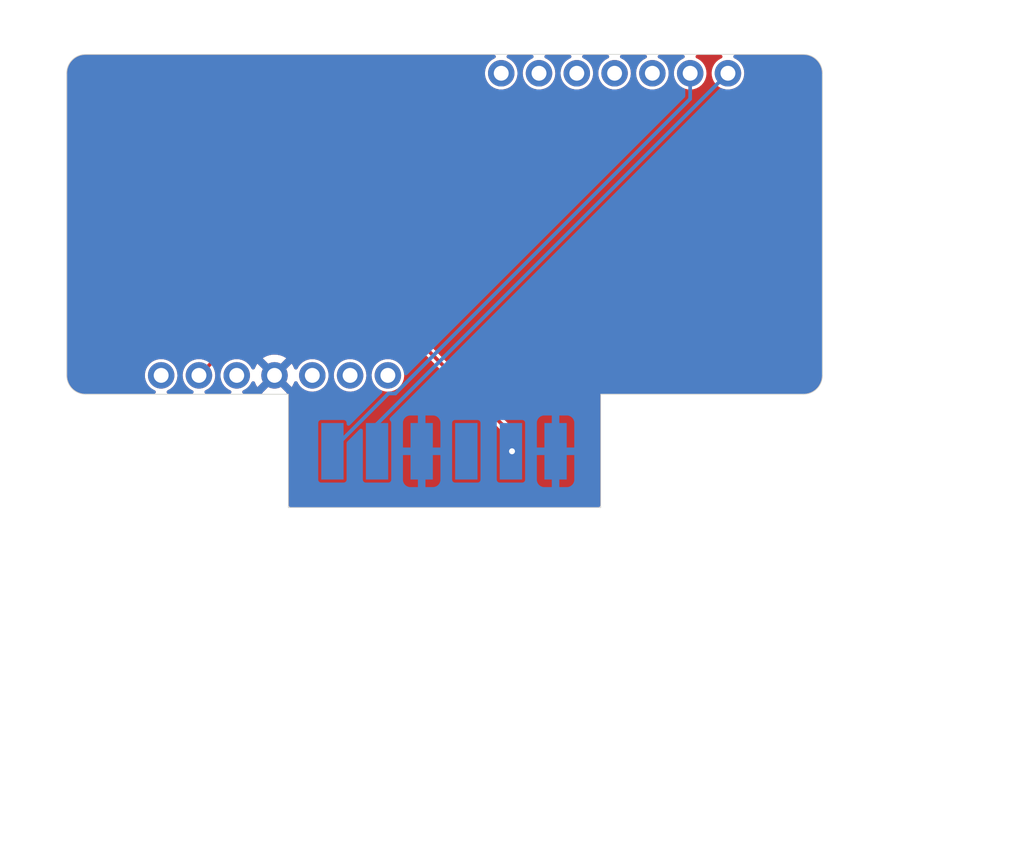
<source format=kicad_pcb>
(kicad_pcb (version 20211014) (generator pcbnew)
  (layers (0 "F.Cu" signal) (1 "In1.Cu" signal) (2 "In2.Cu" signal) (3 "In3.Cu" signal) (4 "In4.Cu" signal) (5 "In5.Cu" signal) (6 "In6.Cu" signal) (7 "In7.Cu" signal) (8 "In8.Cu" signal) (9 "In9.Cu" signal) (10 "In10.Cu" signal) (11 "In11.Cu" signal) (12 "In12.Cu" signal) (13 "In13.Cu" signal) (14 "In14.Cu" signal) (31 "B.Cu" signal) (34 "B.Paste" user) (35 "F.Paste" user) (36 "B.SilkS" user "B.Silkscreen") (37 "F.SilkS" user "F.Silkscreen") (38 "B.Mask" user) (39 "F.Mask" user) (44 "Edge.Cuts" user))
  (net 0 "")
  (net 1 "VDD")
  (net 2 "GND")
  (net 14 "/SCL")
  (net 15 "/SDA")
  (footprint "Adafruit NeoPixel 8 Stick:1X4-SMT" (layer "B.Cu") (at 147.963 119.634 180)
    (fp_text reference "JP2" hide)
    (fp_text value "HEADER-1X6")
    (pad "1" smd rect (at -8 -0.635 180) (size 1.5 3.8) (layers "B.Cu" "B.Paste" "B.Mask") (net 2 "GND"))
    (pad "2" smd rect (at -5 -0.635 180) (size 1.5 3.8) (layers "B.Cu" "B.Paste" "B.Mask") (net 1 "VDD"))
    (pad "3" smd rect (at -2 -0.635 180) (size 1.5 3.8) (layers "B.Cu" "B.Paste" "B.Mask"))
    (pad "4" smd rect (at 1 -0.635 180) (size 1.5 3.8) (layers "B.Cu" "B.Paste" "B.Mask") (net 2 "GND"))
    (pad "5" smd rect (at 4 -0.635 180) (size 1.5 3.8) (layers "B.Cu" "B.Paste" "B.Mask") (net 15 "/SDA"))
    (pad "6" smd rect (at 7 -0.635 180) (size 1.5 3.8) (layers "B.Cu" "B.Paste" "B.Mask") (net 14 "/SCL"))
  )
  (footprint "AlphaNumeric Featherwing rev A:1X07_ROUND_70" (layer "B.Cu") (at 159.9311 94.8436)
    (fp_text reference "JP4" hide)
    (fp_text value "HEADER-1X770MIL")
    (pad "1" thru_hole circle (at -7.62 0 270) (size 1.778 1.778) (drill 1) (layers *.Cu *.Mask))
    (pad "2" thru_hole circle (at -5.08 0 270) (size 1.778 1.778) (drill 1) (layers *.Cu *.Mask))
    (pad "3" thru_hole circle (at -2.54 0 270) (size 1.778 1.778) (drill 1) (layers *.Cu *.Mask))
    (pad "4" thru_hole circle (at 0 0 270) (size 1.778 1.778) (drill 1) (layers *.Cu *.Mask))
    (pad "5" thru_hole circle (at 2.54 0 270) (size 1.778 1.778) (drill 1) (layers *.Cu *.Mask))
    (pad "6" thru_hole circle (at 5.08 0 270) (size 1.778 1.778) (drill 1) (layers *.Cu *.Mask) (net 14 "/SCL"))
    (pad "7" thru_hole circle (at 7.62 0 270) (size 1.778 1.778) (drill 1) (layers *.Cu *.Mask) (net 15 "/SDA"))
  )
  (footprint "AlphaNumeric Featherwing rev A:1X07_ROUND_70" (layer "B.Cu") (at 137.0711 115.1636 180)
    (fp_text reference "JP1" hide)
    (fp_text value "HEADER-1X770MIL")
    (pad "1" thru_hole circle (at -7.62 0 90) (size 1.778 1.778) (drill 1) (layers *.Cu *.Mask))
    (pad "2" thru_hole circle (at -5.08 0 90) (size 1.778 1.778) (drill 1) (layers *.Cu *.Mask))
    (pad "3" thru_hole circle (at -2.54 0 90) (size 1.778 1.778) (drill 1) (layers *.Cu *.Mask))
    (pad "4" thru_hole circle (at 0 0 90) (size 1.778 1.778) (drill 1) (layers *.Cu *.Mask) (net 2 "GND"))
    (pad "5" thru_hole circle (at 2.54 0 90) (size 1.778 1.778) (drill 1) (layers *.Cu *.Mask))
    (pad "6" thru_hole circle (at 5.08 0 90) (size 1.778 1.778) (drill 1) (layers *.Cu *.Mask) (net 1 "VDD"))
    (pad "7" thru_hole circle (at 7.62 0 90) (size 1.778 1.778) (drill 1) (layers *.Cu *.Mask))
  )
  (gr_line (start 124.3711 116.4336) (end 138 116.4336) (layer "Edge.Cuts") (width 0.05))
  (gr_line (start 159 116.4336) (end 172.6311 116.4336) (layer "Edge.Cuts") (width 0.05))
  (gr_line (start 159 124.0536) (end 159 116.4336) (layer "Edge.Cuts") (width 0.05))
  (gr_arc (start 124.3711 116.4336) (mid 123.473074 116.061626) (end 123.1011 115.1636) (layer "Edge.Cuts") (width 0.05))
  (gr_line (start 138 116.4336) (end 138 124.0536) (layer "Edge.Cuts") (width 0.05))
  (gr_arc (start 172.6311 93.5736) (mid 173.529126 93.945574) (end 173.9011 94.8436) (layer "Edge.Cuts") (width 0.05))
  (gr_line (start 173.9011 115.1636) (end 173.9011 94.8436) (layer "Edge.Cuts") (width 0.05))
  (gr_line (start 172.6311 93.5736) (end 124.3711 93.5736) (layer "Edge.Cuts") (width 0.05))
  (gr_arc (start 173.9011 115.1636) (mid 173.529126 116.061626) (end 172.6311 116.4336) (layer "Edge.Cuts") (width 0.05))
  (gr_arc (start 123.1011 94.8436) (mid 123.473074 93.945574) (end 124.3711 93.5736) (layer "Edge.Cuts") (width 0.05))
  (gr_line (start 138 124.0536) (end 159 124.0536) (layer "Edge.Cuts") (width 0.05))
  (gr_line (start 123.1011 94.8436) (end 123.1011 115.1636) (layer "Edge.Cuts") (width 0.05))
  (gr_text "\n" (at 172.5041 104.8766 -90) (layer "B.SilkS") (effects (font (size 0.89408 0.89408) (thickness 0.12192)) (justify left bottom mirror)))
  (segment (start 146.431 112.522) (end 134.6327 112.522) (width 0.25) (layer "F.Cu") (net 1))
  (segment (start 134.6327 112.522) (end 131.9911 115.1636) (width 0.25) (layer "F.Cu") (net 1))
  (segment (start 153.035 120.269) (end 153.035 119.126) (width 0.25) (layer "F.Cu") (net 1))
  (segment (start 153.035 119.126) (end 146.431 112.522) (width 0.25) (layer "F.Cu") (net 1))
  (via (at 153.035 120.269) (size 0.8) (drill 0.4) (layers "F.Cu" "B.Cu") (net 1))
  (segment (start 144.7312 116.3808) (end 145.195281 116.3808) (width 0.25) (layer "B.Cu") (net 14))
  (segment (start 140.963 120.149) (end 144.7312 116.3808) (width 0.25) (layer "B.Cu") (net 14))
  (segment (start 165.0111 96.564981) (end 165.0111 94.8436) (width 0.25) (layer "B.Cu") (net 14))
  (segment (start 140.963 120.269) (end 140.963 120.149) (width 0.25) (layer "B.Cu") (net 14))
  (segment (start 145.195281 116.3808) (end 165.0111 96.564981) (width 0.25) (layer "B.Cu") (net 14))
  (segment (start 143.963 120.269) (end 143.963 118.4317) (width 0.25) (layer "B.Cu") (net 15))
  (segment (start 143.963 118.4317) (end 167.5511 94.8436) (width 0.25) (layer "B.Cu") (net 15))
  (zone (net 2) (net_name "GND") (layers F&B.Cu) (connect_pads (clearance 0.000001)) (min_thickness 0.254) (fill yes (thermal_gap 0.508) (thermal_bridge_width 0.508))
    (polygon (pts (xy 187.452 148.082) (xy 118.618 147.955) (xy 118.618 89.916) (xy 187.325 89.916)))
  )
)
</source>
